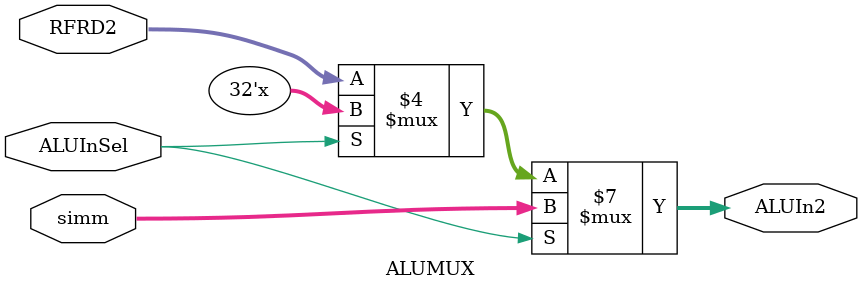
<source format=v>
`timescale 1ns / 1ps


///ALUIn2 MUX ///
module ALUMUX(
input [31 : 0] RFRD2,
input [31 : 0]simm, 
input ALUInSel,
output reg [31 : 0] ALUIn2
);

always @(*) begin
    
    if(ALUInSel == 1'b1) begin
        ALUIn2 <= simm;
        end
    
    else if (ALUInSel == 1'b0) begin
        ALUIn2 <= RFRD2;
        end
   
end

endmodule

</source>
